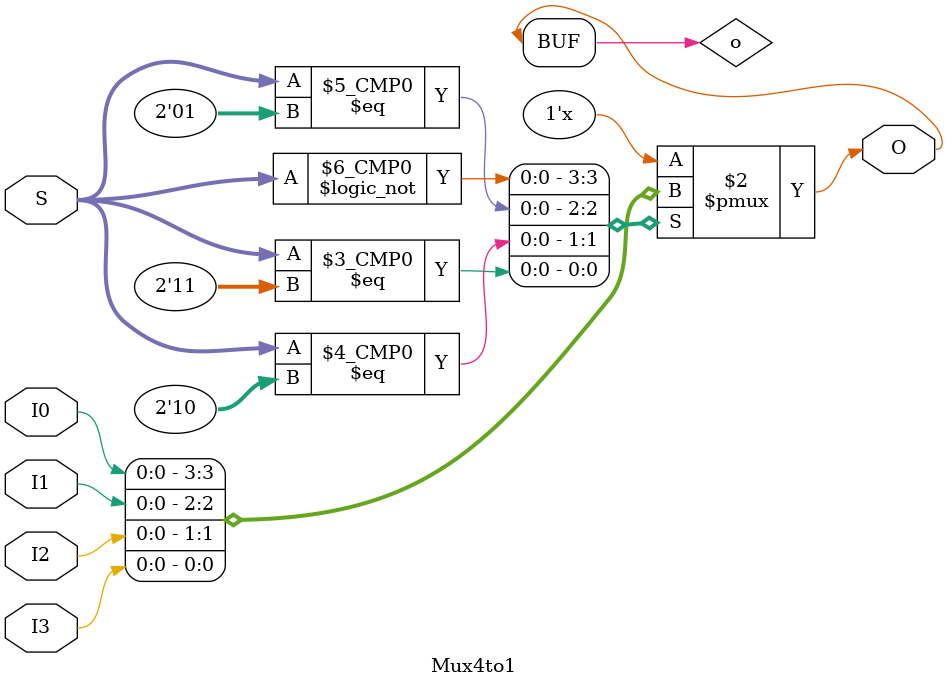
<source format=v>
`ifndef _Mux4to1
`define _Mux4to1


module Mux4to1(
    input wire [1:0] S,
    input wire I0,
    input wire I1,
    input wire I2,
    input wire I3,
    output wire O
);
    reg o;
    always @* begin
        case (S)
            2'b00:
                o = I0; 
            2'b01:
                o = I1; 
            2'b10:
                o = I2; 
            2'b11:
                o = I3; 
        endcase
    end

    assign O = o;

endmodule

`endif

</source>
